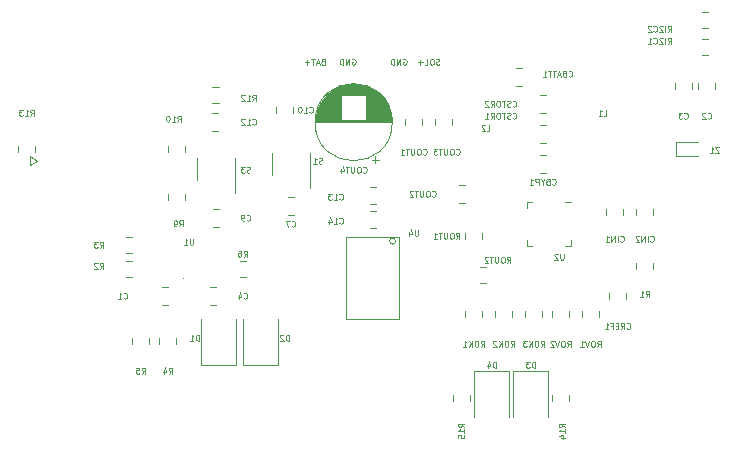
<source format=gbo>
G04 #@! TF.GenerationSoftware,KiCad,Pcbnew,(5.1.7)-1*
G04 #@! TF.CreationDate,2021-10-27T14:05:11+02:00*
G04 #@! TF.ProjectId,Power_module_v1,506f7765-725f-46d6-9f64-756c655f7631,rev?*
G04 #@! TF.SameCoordinates,Original*
G04 #@! TF.FileFunction,Legend,Bot*
G04 #@! TF.FilePolarity,Positive*
%FSLAX46Y46*%
G04 Gerber Fmt 4.6, Leading zero omitted, Abs format (unit mm)*
G04 Created by KiCad (PCBNEW (5.1.7)-1) date 2021-10-27 14:05:11*
%MOMM*%
%LPD*%
G01*
G04 APERTURE LIST*
%ADD10C,0.125000*%
%ADD11C,0.120000*%
G04 APERTURE END LIST*
D10*
X128170666Y-76148380D02*
X128099238Y-76172190D01*
X127980190Y-76172190D01*
X127932571Y-76148380D01*
X127908761Y-76124571D01*
X127884952Y-76076952D01*
X127884952Y-76029333D01*
X127908761Y-75981714D01*
X127932571Y-75957904D01*
X127980190Y-75934095D01*
X128075428Y-75910285D01*
X128123047Y-75886476D01*
X128146857Y-75862666D01*
X128170666Y-75815047D01*
X128170666Y-75767428D01*
X128146857Y-75719809D01*
X128123047Y-75696000D01*
X128075428Y-75672190D01*
X127956380Y-75672190D01*
X127884952Y-75696000D01*
X127575428Y-75672190D02*
X127480190Y-75672190D01*
X127432571Y-75696000D01*
X127384952Y-75743619D01*
X127361142Y-75838857D01*
X127361142Y-76005523D01*
X127384952Y-76100761D01*
X127432571Y-76148380D01*
X127480190Y-76172190D01*
X127575428Y-76172190D01*
X127623047Y-76148380D01*
X127670666Y-76100761D01*
X127694476Y-76005523D01*
X127694476Y-75838857D01*
X127670666Y-75743619D01*
X127623047Y-75696000D01*
X127575428Y-75672190D01*
X126908761Y-76172190D02*
X127146857Y-76172190D01*
X127146857Y-75672190D01*
X126742095Y-75981714D02*
X126361142Y-75981714D01*
X126551619Y-76172190D02*
X126551619Y-75791238D01*
X120776952Y-75696000D02*
X120824571Y-75672190D01*
X120896000Y-75672190D01*
X120967428Y-75696000D01*
X121015047Y-75743619D01*
X121038857Y-75791238D01*
X121062666Y-75886476D01*
X121062666Y-75957904D01*
X121038857Y-76053142D01*
X121015047Y-76100761D01*
X120967428Y-76148380D01*
X120896000Y-76172190D01*
X120848380Y-76172190D01*
X120776952Y-76148380D01*
X120753142Y-76124571D01*
X120753142Y-75957904D01*
X120848380Y-75957904D01*
X120538857Y-76172190D02*
X120538857Y-75672190D01*
X120253142Y-76172190D01*
X120253142Y-75672190D01*
X120015047Y-76172190D02*
X120015047Y-75672190D01*
X119896000Y-75672190D01*
X119824571Y-75696000D01*
X119776952Y-75743619D01*
X119753142Y-75791238D01*
X119729333Y-75886476D01*
X119729333Y-75957904D01*
X119753142Y-76053142D01*
X119776952Y-76100761D01*
X119824571Y-76148380D01*
X119896000Y-76172190D01*
X120015047Y-76172190D01*
X125094952Y-75696000D02*
X125142571Y-75672190D01*
X125214000Y-75672190D01*
X125285428Y-75696000D01*
X125333047Y-75743619D01*
X125356857Y-75791238D01*
X125380666Y-75886476D01*
X125380666Y-75957904D01*
X125356857Y-76053142D01*
X125333047Y-76100761D01*
X125285428Y-76148380D01*
X125214000Y-76172190D01*
X125166380Y-76172190D01*
X125094952Y-76148380D01*
X125071142Y-76124571D01*
X125071142Y-75957904D01*
X125166380Y-75957904D01*
X124856857Y-76172190D02*
X124856857Y-75672190D01*
X124571142Y-76172190D01*
X124571142Y-75672190D01*
X124333047Y-76172190D02*
X124333047Y-75672190D01*
X124214000Y-75672190D01*
X124142571Y-75696000D01*
X124094952Y-75743619D01*
X124071142Y-75791238D01*
X124047333Y-75886476D01*
X124047333Y-75957904D01*
X124071142Y-76053142D01*
X124094952Y-76100761D01*
X124142571Y-76148380D01*
X124214000Y-76172190D01*
X124333047Y-76172190D01*
X118280571Y-75910285D02*
X118209142Y-75934095D01*
X118185333Y-75957904D01*
X118161523Y-76005523D01*
X118161523Y-76076952D01*
X118185333Y-76124571D01*
X118209142Y-76148380D01*
X118256761Y-76172190D01*
X118447238Y-76172190D01*
X118447238Y-75672190D01*
X118280571Y-75672190D01*
X118232952Y-75696000D01*
X118209142Y-75719809D01*
X118185333Y-75767428D01*
X118185333Y-75815047D01*
X118209142Y-75862666D01*
X118232952Y-75886476D01*
X118280571Y-75910285D01*
X118447238Y-75910285D01*
X117971047Y-76029333D02*
X117732952Y-76029333D01*
X118018666Y-76172190D02*
X117852000Y-75672190D01*
X117685333Y-76172190D01*
X117590095Y-75672190D02*
X117304380Y-75672190D01*
X117447238Y-76172190D02*
X117447238Y-75672190D01*
X117137714Y-75981714D02*
X116756761Y-75981714D01*
X116947238Y-76172190D02*
X116947238Y-75791238D01*
D11*
X93472000Y-84074000D02*
X93472000Y-83947000D01*
X93472000Y-84709000D02*
X93472000Y-84074000D01*
X94107000Y-84328000D02*
X93472000Y-84709000D01*
X93472000Y-83947000D02*
X94107000Y-84328000D01*
X122293748Y-86514000D02*
X122816252Y-86514000D01*
X122293748Y-87984000D02*
X122816252Y-87984000D01*
X106517223Y-94277080D02*
G75*
G03*
X106517223Y-94277080I-52363J0D01*
G01*
X134048000Y-102109000D02*
X134048000Y-105994000D01*
X131128000Y-102109000D02*
X134048000Y-102109000D01*
X131128000Y-105994000D02*
X131128000Y-102109000D01*
X137350000Y-102109000D02*
X137350000Y-105994000D01*
X134430000Y-102109000D02*
X137350000Y-102109000D01*
X134430000Y-105994000D02*
X134430000Y-102109000D01*
X111570000Y-101599000D02*
X111570000Y-97714000D01*
X114490000Y-101599000D02*
X111570000Y-101599000D01*
X114490000Y-97714000D02*
X114490000Y-101599000D01*
X108014000Y-101599000D02*
X108014000Y-97714000D01*
X110934000Y-101599000D02*
X108014000Y-101599000D01*
X110934000Y-97714000D02*
X110934000Y-101599000D01*
X124714000Y-90745000D02*
X120269000Y-90745000D01*
X120269000Y-90745000D02*
X120269000Y-97730000D01*
X120269000Y-97730000D02*
X124714000Y-97730000D01*
X124714000Y-97730000D02*
X124714000Y-90745000D01*
X124460000Y-91126000D02*
G75*
G03*
X124460000Y-91126000I-254000J0D01*
G01*
X148090000Y-77716748D02*
X148090000Y-78239252D01*
X149510000Y-77716748D02*
X149510000Y-78239252D01*
X150090000Y-77716748D02*
X150090000Y-78239252D01*
X151510000Y-77716748D02*
X151510000Y-78239252D01*
X150883252Y-71680000D02*
X150360748Y-71680000D01*
X150883252Y-73100000D02*
X150360748Y-73100000D01*
X150883252Y-73966000D02*
X150360748Y-73966000D01*
X150883252Y-75386000D02*
X150360748Y-75386000D01*
X148202000Y-83912000D02*
X148202000Y-82712000D01*
X150052000Y-83912000D02*
X148202000Y-83912000D01*
X150052000Y-82712000D02*
X148202000Y-82712000D01*
X104446000Y-99315748D02*
X104446000Y-99838252D01*
X105866000Y-99315748D02*
X105866000Y-99838252D01*
X102160000Y-99315748D02*
X102160000Y-99838252D01*
X103580000Y-99315748D02*
X103580000Y-99838252D01*
X137167252Y-82777000D02*
X136644748Y-82777000D01*
X137167252Y-81307000D02*
X136644748Y-81307000D01*
X143991000Y-95518248D02*
X143991000Y-96040752D01*
X142521000Y-95518248D02*
X142521000Y-96040752D01*
X125249000Y-81287252D02*
X125249000Y-80764748D01*
X126719000Y-81287252D02*
X126719000Y-80764748D01*
X143737000Y-88384748D02*
X143737000Y-88907252D01*
X142267000Y-88384748D02*
X142267000Y-88907252D01*
X137167252Y-85317000D02*
X136644748Y-85317000D01*
X137167252Y-83847000D02*
X136644748Y-83847000D01*
X122284748Y-88546000D02*
X122807252Y-88546000D01*
X122284748Y-90016000D02*
X122807252Y-90016000D01*
X108937248Y-80291000D02*
X109459752Y-80291000D01*
X108937248Y-81761000D02*
X109459752Y-81761000D01*
X114327000Y-80271252D02*
X114327000Y-79748748D01*
X115797000Y-80271252D02*
X115797000Y-79748748D01*
X109481252Y-89889000D02*
X108958748Y-89889000D01*
X109481252Y-88419000D02*
X108958748Y-88419000D01*
X115831252Y-88873000D02*
X115308748Y-88873000D01*
X115831252Y-87403000D02*
X115308748Y-87403000D01*
X109227252Y-96493000D02*
X108704748Y-96493000D01*
X109227252Y-95023000D02*
X108704748Y-95023000D01*
X104640748Y-95023000D02*
X105163252Y-95023000D01*
X104640748Y-96493000D02*
X105163252Y-96493000D01*
X129786748Y-87857000D02*
X130309252Y-87857000D01*
X129786748Y-86387000D02*
X130309252Y-86387000D01*
X144807000Y-88384748D02*
X144807000Y-88907252D01*
X146277000Y-88384748D02*
X146277000Y-88907252D01*
X137167252Y-80237000D02*
X136644748Y-80237000D01*
X137167252Y-78767000D02*
X136644748Y-78767000D01*
X134612748Y-76481000D02*
X135135252Y-76481000D01*
X134612748Y-77951000D02*
X135135252Y-77951000D01*
X127789000Y-81287252D02*
X127789000Y-80764748D01*
X129259000Y-81287252D02*
X129259000Y-80764748D01*
X144832000Y-92956748D02*
X144832000Y-93479252D01*
X146252000Y-92956748D02*
X146252000Y-93479252D01*
X102115252Y-94182000D02*
X101592748Y-94182000D01*
X102115252Y-92762000D02*
X101592748Y-92762000D01*
X102115252Y-90730000D02*
X101592748Y-90730000D01*
X102115252Y-92150000D02*
X101592748Y-92150000D01*
X111244748Y-94182000D02*
X111767252Y-94182000D01*
X111244748Y-92762000D02*
X111767252Y-92762000D01*
X105208000Y-87628252D02*
X105208000Y-87105748D01*
X106628000Y-87628252D02*
X106628000Y-87105748D01*
X106628000Y-83573252D02*
X106628000Y-83050748D01*
X105208000Y-83573252D02*
X105208000Y-83050748D01*
X93928000Y-83059748D02*
X93928000Y-83582252D01*
X92508000Y-83059748D02*
X92508000Y-83582252D01*
X139140000Y-104132748D02*
X139140000Y-104655252D01*
X137720000Y-104132748D02*
X137720000Y-104655252D01*
X129338000Y-104132748D02*
X129338000Y-104655252D01*
X130758000Y-104132748D02*
X130758000Y-104655252D01*
X135434000Y-97543252D02*
X135434000Y-97020748D01*
X136854000Y-97543252D02*
X136854000Y-97020748D01*
X134314000Y-97543252D02*
X134314000Y-97020748D01*
X132894000Y-97543252D02*
X132894000Y-97020748D01*
X131774000Y-97020748D02*
X131774000Y-97543252D01*
X130354000Y-97020748D02*
X130354000Y-97543252D01*
X132087252Y-93270000D02*
X131564748Y-93270000D01*
X132087252Y-94690000D02*
X131564748Y-94690000D01*
X130354000Y-90939252D02*
X130354000Y-90416748D01*
X131774000Y-90939252D02*
X131774000Y-90416748D01*
X137720000Y-97543252D02*
X137720000Y-97020748D01*
X139140000Y-97543252D02*
X139140000Y-97020748D01*
X140260000Y-97020748D02*
X140260000Y-97543252D01*
X141680000Y-97020748D02*
X141680000Y-97543252D01*
X110830000Y-84110000D02*
X110830000Y-87060000D01*
X107610000Y-85910000D02*
X107610000Y-84110000D01*
X138799000Y-87802000D02*
X139274000Y-87802000D01*
X135554000Y-91522000D02*
X135554000Y-91047000D01*
X136029000Y-91522000D02*
X135554000Y-91522000D01*
X139274000Y-91522000D02*
X139274000Y-91047000D01*
X138799000Y-91522000D02*
X139274000Y-91522000D01*
X135554000Y-87802000D02*
X135554000Y-88277000D01*
X136029000Y-87802000D02*
X135554000Y-87802000D01*
X124174000Y-81046000D02*
G75*
G03*
X124174000Y-81046000I-3270000J0D01*
G01*
X124134000Y-81046000D02*
X117674000Y-81046000D01*
X124134000Y-81006000D02*
X117674000Y-81006000D01*
X124134000Y-80966000D02*
X117674000Y-80966000D01*
X124132000Y-80926000D02*
X117676000Y-80926000D01*
X124131000Y-80886000D02*
X117677000Y-80886000D01*
X124128000Y-80846000D02*
X117680000Y-80846000D01*
X124126000Y-80806000D02*
X121944000Y-80806000D01*
X119864000Y-80806000D02*
X117682000Y-80806000D01*
X124122000Y-80766000D02*
X121944000Y-80766000D01*
X119864000Y-80766000D02*
X117686000Y-80766000D01*
X124119000Y-80726000D02*
X121944000Y-80726000D01*
X119864000Y-80726000D02*
X117689000Y-80726000D01*
X124115000Y-80686000D02*
X121944000Y-80686000D01*
X119864000Y-80686000D02*
X117693000Y-80686000D01*
X124110000Y-80646000D02*
X121944000Y-80646000D01*
X119864000Y-80646000D02*
X117698000Y-80646000D01*
X124105000Y-80606000D02*
X121944000Y-80606000D01*
X119864000Y-80606000D02*
X117703000Y-80606000D01*
X124099000Y-80566000D02*
X121944000Y-80566000D01*
X119864000Y-80566000D02*
X117709000Y-80566000D01*
X124093000Y-80526000D02*
X121944000Y-80526000D01*
X119864000Y-80526000D02*
X117715000Y-80526000D01*
X124086000Y-80486000D02*
X121944000Y-80486000D01*
X119864000Y-80486000D02*
X117722000Y-80486000D01*
X124079000Y-80446000D02*
X121944000Y-80446000D01*
X119864000Y-80446000D02*
X117729000Y-80446000D01*
X124071000Y-80406000D02*
X121944000Y-80406000D01*
X119864000Y-80406000D02*
X117737000Y-80406000D01*
X124063000Y-80366000D02*
X121944000Y-80366000D01*
X119864000Y-80366000D02*
X117745000Y-80366000D01*
X124054000Y-80325000D02*
X121944000Y-80325000D01*
X119864000Y-80325000D02*
X117754000Y-80325000D01*
X124045000Y-80285000D02*
X121944000Y-80285000D01*
X119864000Y-80285000D02*
X117763000Y-80285000D01*
X124035000Y-80245000D02*
X121944000Y-80245000D01*
X119864000Y-80245000D02*
X117773000Y-80245000D01*
X124025000Y-80205000D02*
X121944000Y-80205000D01*
X119864000Y-80205000D02*
X117783000Y-80205000D01*
X124014000Y-80165000D02*
X121944000Y-80165000D01*
X119864000Y-80165000D02*
X117794000Y-80165000D01*
X124002000Y-80125000D02*
X121944000Y-80125000D01*
X119864000Y-80125000D02*
X117806000Y-80125000D01*
X123990000Y-80085000D02*
X121944000Y-80085000D01*
X119864000Y-80085000D02*
X117818000Y-80085000D01*
X123978000Y-80045000D02*
X121944000Y-80045000D01*
X119864000Y-80045000D02*
X117830000Y-80045000D01*
X123965000Y-80005000D02*
X121944000Y-80005000D01*
X119864000Y-80005000D02*
X117843000Y-80005000D01*
X123951000Y-79965000D02*
X121944000Y-79965000D01*
X119864000Y-79965000D02*
X117857000Y-79965000D01*
X123937000Y-79925000D02*
X121944000Y-79925000D01*
X119864000Y-79925000D02*
X117871000Y-79925000D01*
X123922000Y-79885000D02*
X121944000Y-79885000D01*
X119864000Y-79885000D02*
X117886000Y-79885000D01*
X123906000Y-79845000D02*
X121944000Y-79845000D01*
X119864000Y-79845000D02*
X117902000Y-79845000D01*
X123890000Y-79805000D02*
X121944000Y-79805000D01*
X119864000Y-79805000D02*
X117918000Y-79805000D01*
X123874000Y-79765000D02*
X121944000Y-79765000D01*
X119864000Y-79765000D02*
X117934000Y-79765000D01*
X123856000Y-79725000D02*
X121944000Y-79725000D01*
X119864000Y-79725000D02*
X117952000Y-79725000D01*
X123838000Y-79685000D02*
X121944000Y-79685000D01*
X119864000Y-79685000D02*
X117970000Y-79685000D01*
X123820000Y-79645000D02*
X121944000Y-79645000D01*
X119864000Y-79645000D02*
X117988000Y-79645000D01*
X123800000Y-79605000D02*
X121944000Y-79605000D01*
X119864000Y-79605000D02*
X118008000Y-79605000D01*
X123780000Y-79565000D02*
X121944000Y-79565000D01*
X119864000Y-79565000D02*
X118028000Y-79565000D01*
X123760000Y-79525000D02*
X121944000Y-79525000D01*
X119864000Y-79525000D02*
X118048000Y-79525000D01*
X123738000Y-79485000D02*
X121944000Y-79485000D01*
X119864000Y-79485000D02*
X118070000Y-79485000D01*
X123716000Y-79445000D02*
X121944000Y-79445000D01*
X119864000Y-79445000D02*
X118092000Y-79445000D01*
X123694000Y-79405000D02*
X121944000Y-79405000D01*
X119864000Y-79405000D02*
X118114000Y-79405000D01*
X123670000Y-79365000D02*
X121944000Y-79365000D01*
X119864000Y-79365000D02*
X118138000Y-79365000D01*
X123646000Y-79325000D02*
X121944000Y-79325000D01*
X119864000Y-79325000D02*
X118162000Y-79325000D01*
X123620000Y-79285000D02*
X121944000Y-79285000D01*
X119864000Y-79285000D02*
X118188000Y-79285000D01*
X123594000Y-79245000D02*
X121944000Y-79245000D01*
X119864000Y-79245000D02*
X118214000Y-79245000D01*
X123568000Y-79205000D02*
X121944000Y-79205000D01*
X119864000Y-79205000D02*
X118240000Y-79205000D01*
X123540000Y-79165000D02*
X121944000Y-79165000D01*
X119864000Y-79165000D02*
X118268000Y-79165000D01*
X123511000Y-79125000D02*
X121944000Y-79125000D01*
X119864000Y-79125000D02*
X118297000Y-79125000D01*
X123482000Y-79085000D02*
X121944000Y-79085000D01*
X119864000Y-79085000D02*
X118326000Y-79085000D01*
X123452000Y-79045000D02*
X121944000Y-79045000D01*
X119864000Y-79045000D02*
X118356000Y-79045000D01*
X123420000Y-79005000D02*
X121944000Y-79005000D01*
X119864000Y-79005000D02*
X118388000Y-79005000D01*
X123388000Y-78965000D02*
X121944000Y-78965000D01*
X119864000Y-78965000D02*
X118420000Y-78965000D01*
X123354000Y-78925000D02*
X121944000Y-78925000D01*
X119864000Y-78925000D02*
X118454000Y-78925000D01*
X123320000Y-78885000D02*
X121944000Y-78885000D01*
X119864000Y-78885000D02*
X118488000Y-78885000D01*
X123284000Y-78845000D02*
X121944000Y-78845000D01*
X119864000Y-78845000D02*
X118524000Y-78845000D01*
X123247000Y-78805000D02*
X121944000Y-78805000D01*
X119864000Y-78805000D02*
X118561000Y-78805000D01*
X123209000Y-78765000D02*
X121944000Y-78765000D01*
X119864000Y-78765000D02*
X118599000Y-78765000D01*
X123169000Y-78725000D02*
X118639000Y-78725000D01*
X123128000Y-78685000D02*
X118680000Y-78685000D01*
X123086000Y-78645000D02*
X118722000Y-78645000D01*
X123041000Y-78605000D02*
X118767000Y-78605000D01*
X122996000Y-78565000D02*
X118812000Y-78565000D01*
X122948000Y-78525000D02*
X118860000Y-78525000D01*
X122899000Y-78485000D02*
X118909000Y-78485000D01*
X122848000Y-78445000D02*
X118960000Y-78445000D01*
X122794000Y-78405000D02*
X119014000Y-78405000D01*
X122738000Y-78365000D02*
X119070000Y-78365000D01*
X122680000Y-78325000D02*
X119128000Y-78325000D01*
X122618000Y-78285000D02*
X119190000Y-78285000D01*
X122554000Y-78245000D02*
X119254000Y-78245000D01*
X122485000Y-78205000D02*
X119323000Y-78205000D01*
X122413000Y-78165000D02*
X119395000Y-78165000D01*
X122336000Y-78125000D02*
X119472000Y-78125000D01*
X122254000Y-78085000D02*
X119554000Y-78085000D01*
X122166000Y-78045000D02*
X119642000Y-78045000D01*
X122069000Y-78005000D02*
X119739000Y-78005000D01*
X121963000Y-77965000D02*
X119845000Y-77965000D01*
X121844000Y-77925000D02*
X119964000Y-77925000D01*
X121706000Y-77885000D02*
X120102000Y-77885000D01*
X121537000Y-77845000D02*
X120271000Y-77845000D01*
X121306000Y-77805000D02*
X120502000Y-77805000D01*
X122743000Y-84546241D02*
X122743000Y-83916241D01*
X123058000Y-84231241D02*
X122428000Y-84231241D01*
X109472252Y-78030000D02*
X108949748Y-78030000D01*
X109472252Y-79450000D02*
X108949748Y-79450000D01*
X113960000Y-85482000D02*
X113960000Y-83682000D01*
X117180000Y-83682000D02*
X117180000Y-86632000D01*
D10*
X119701428Y-87554571D02*
X119725238Y-87578380D01*
X119796666Y-87602190D01*
X119844285Y-87602190D01*
X119915714Y-87578380D01*
X119963333Y-87530761D01*
X119987142Y-87483142D01*
X120010952Y-87387904D01*
X120010952Y-87316476D01*
X119987142Y-87221238D01*
X119963333Y-87173619D01*
X119915714Y-87126000D01*
X119844285Y-87102190D01*
X119796666Y-87102190D01*
X119725238Y-87126000D01*
X119701428Y-87149809D01*
X119225238Y-87602190D02*
X119510952Y-87602190D01*
X119368095Y-87602190D02*
X119368095Y-87102190D01*
X119415714Y-87173619D01*
X119463333Y-87221238D01*
X119510952Y-87245047D01*
X119058571Y-87102190D02*
X118749047Y-87102190D01*
X118915714Y-87292666D01*
X118844285Y-87292666D01*
X118796666Y-87316476D01*
X118772857Y-87340285D01*
X118749047Y-87387904D01*
X118749047Y-87506952D01*
X118772857Y-87554571D01*
X118796666Y-87578380D01*
X118844285Y-87602190D01*
X118987142Y-87602190D01*
X119034761Y-87578380D01*
X119058571Y-87554571D01*
X107314952Y-90912190D02*
X107314952Y-91316952D01*
X107291142Y-91364571D01*
X107267333Y-91388380D01*
X107219714Y-91412190D01*
X107124476Y-91412190D01*
X107076857Y-91388380D01*
X107053047Y-91364571D01*
X107029238Y-91316952D01*
X107029238Y-90912190D01*
X106529238Y-91412190D02*
X106814952Y-91412190D01*
X106672095Y-91412190D02*
X106672095Y-90912190D01*
X106719714Y-90983619D01*
X106767333Y-91031238D01*
X106814952Y-91055047D01*
X132957047Y-101826190D02*
X132957047Y-101326190D01*
X132838000Y-101326190D01*
X132766571Y-101350000D01*
X132718952Y-101397619D01*
X132695142Y-101445238D01*
X132671333Y-101540476D01*
X132671333Y-101611904D01*
X132695142Y-101707142D01*
X132718952Y-101754761D01*
X132766571Y-101802380D01*
X132838000Y-101826190D01*
X132957047Y-101826190D01*
X132242761Y-101492857D02*
X132242761Y-101826190D01*
X132361809Y-101302380D02*
X132480857Y-101659523D01*
X132171333Y-101659523D01*
X136259047Y-101826190D02*
X136259047Y-101326190D01*
X136140000Y-101326190D01*
X136068571Y-101350000D01*
X136020952Y-101397619D01*
X135997142Y-101445238D01*
X135973333Y-101540476D01*
X135973333Y-101611904D01*
X135997142Y-101707142D01*
X136020952Y-101754761D01*
X136068571Y-101802380D01*
X136140000Y-101826190D01*
X136259047Y-101826190D01*
X135806666Y-101326190D02*
X135497142Y-101326190D01*
X135663809Y-101516666D01*
X135592380Y-101516666D01*
X135544761Y-101540476D01*
X135520952Y-101564285D01*
X135497142Y-101611904D01*
X135497142Y-101730952D01*
X135520952Y-101778571D01*
X135544761Y-101802380D01*
X135592380Y-101826190D01*
X135735238Y-101826190D01*
X135782857Y-101802380D01*
X135806666Y-101778571D01*
X115431047Y-99540190D02*
X115431047Y-99040190D01*
X115312000Y-99040190D01*
X115240571Y-99064000D01*
X115192952Y-99111619D01*
X115169142Y-99159238D01*
X115145333Y-99254476D01*
X115145333Y-99325904D01*
X115169142Y-99421142D01*
X115192952Y-99468761D01*
X115240571Y-99516380D01*
X115312000Y-99540190D01*
X115431047Y-99540190D01*
X114954857Y-99087809D02*
X114931047Y-99064000D01*
X114883428Y-99040190D01*
X114764380Y-99040190D01*
X114716761Y-99064000D01*
X114692952Y-99087809D01*
X114669142Y-99135428D01*
X114669142Y-99183047D01*
X114692952Y-99254476D01*
X114978666Y-99540190D01*
X114669142Y-99540190D01*
X107811047Y-99540190D02*
X107811047Y-99040190D01*
X107692000Y-99040190D01*
X107620571Y-99064000D01*
X107572952Y-99111619D01*
X107549142Y-99159238D01*
X107525333Y-99254476D01*
X107525333Y-99325904D01*
X107549142Y-99421142D01*
X107572952Y-99468761D01*
X107620571Y-99516380D01*
X107692000Y-99540190D01*
X107811047Y-99540190D01*
X107049142Y-99540190D02*
X107334857Y-99540190D01*
X107192000Y-99540190D02*
X107192000Y-99040190D01*
X107239619Y-99111619D01*
X107287238Y-99159238D01*
X107334857Y-99183047D01*
X126364952Y-90150190D02*
X126364952Y-90554952D01*
X126341142Y-90602571D01*
X126317333Y-90626380D01*
X126269714Y-90650190D01*
X126174476Y-90650190D01*
X126126857Y-90626380D01*
X126103047Y-90602571D01*
X126079238Y-90554952D01*
X126079238Y-90150190D01*
X125626857Y-90316857D02*
X125626857Y-90650190D01*
X125745904Y-90126380D02*
X125864952Y-90483523D01*
X125555428Y-90483523D01*
X148883333Y-80696571D02*
X148907142Y-80720380D01*
X148978571Y-80744190D01*
X149026190Y-80744190D01*
X149097619Y-80720380D01*
X149145238Y-80672761D01*
X149169047Y-80625142D01*
X149192857Y-80529904D01*
X149192857Y-80458476D01*
X149169047Y-80363238D01*
X149145238Y-80315619D01*
X149097619Y-80268000D01*
X149026190Y-80244190D01*
X148978571Y-80244190D01*
X148907142Y-80268000D01*
X148883333Y-80291809D01*
X148716666Y-80244190D02*
X148407142Y-80244190D01*
X148573809Y-80434666D01*
X148502380Y-80434666D01*
X148454761Y-80458476D01*
X148430952Y-80482285D01*
X148407142Y-80529904D01*
X148407142Y-80648952D01*
X148430952Y-80696571D01*
X148454761Y-80720380D01*
X148502380Y-80744190D01*
X148645238Y-80744190D01*
X148692857Y-80720380D01*
X148716666Y-80696571D01*
X150883333Y-80696571D02*
X150907142Y-80720380D01*
X150978571Y-80744190D01*
X151026190Y-80744190D01*
X151097619Y-80720380D01*
X151145238Y-80672761D01*
X151169047Y-80625142D01*
X151192857Y-80529904D01*
X151192857Y-80458476D01*
X151169047Y-80363238D01*
X151145238Y-80315619D01*
X151097619Y-80268000D01*
X151026190Y-80244190D01*
X150978571Y-80244190D01*
X150907142Y-80268000D01*
X150883333Y-80291809D01*
X150692857Y-80291809D02*
X150669047Y-80268000D01*
X150621428Y-80244190D01*
X150502380Y-80244190D01*
X150454761Y-80268000D01*
X150430952Y-80291809D01*
X150407142Y-80339428D01*
X150407142Y-80387047D01*
X150430952Y-80458476D01*
X150716666Y-80744190D01*
X150407142Y-80744190D01*
X147502476Y-73378190D02*
X147669142Y-73140095D01*
X147788190Y-73378190D02*
X147788190Y-72878190D01*
X147597714Y-72878190D01*
X147550095Y-72902000D01*
X147526285Y-72925809D01*
X147502476Y-72973428D01*
X147502476Y-73044857D01*
X147526285Y-73092476D01*
X147550095Y-73116285D01*
X147597714Y-73140095D01*
X147788190Y-73140095D01*
X147288190Y-73378190D02*
X147288190Y-72878190D01*
X147073904Y-72925809D02*
X147050095Y-72902000D01*
X147002476Y-72878190D01*
X146883428Y-72878190D01*
X146835809Y-72902000D01*
X146812000Y-72925809D01*
X146788190Y-72973428D01*
X146788190Y-73021047D01*
X146812000Y-73092476D01*
X147097714Y-73378190D01*
X146788190Y-73378190D01*
X146288190Y-73330571D02*
X146312000Y-73354380D01*
X146383428Y-73378190D01*
X146431047Y-73378190D01*
X146502476Y-73354380D01*
X146550095Y-73306761D01*
X146573904Y-73259142D01*
X146597714Y-73163904D01*
X146597714Y-73092476D01*
X146573904Y-72997238D01*
X146550095Y-72949619D01*
X146502476Y-72902000D01*
X146431047Y-72878190D01*
X146383428Y-72878190D01*
X146312000Y-72902000D01*
X146288190Y-72925809D01*
X146097714Y-72925809D02*
X146073904Y-72902000D01*
X146026285Y-72878190D01*
X145907238Y-72878190D01*
X145859619Y-72902000D01*
X145835809Y-72925809D01*
X145812000Y-72973428D01*
X145812000Y-73021047D01*
X145835809Y-73092476D01*
X146121523Y-73378190D01*
X145812000Y-73378190D01*
X147502476Y-74394190D02*
X147669142Y-74156095D01*
X147788190Y-74394190D02*
X147788190Y-73894190D01*
X147597714Y-73894190D01*
X147550095Y-73918000D01*
X147526285Y-73941809D01*
X147502476Y-73989428D01*
X147502476Y-74060857D01*
X147526285Y-74108476D01*
X147550095Y-74132285D01*
X147597714Y-74156095D01*
X147788190Y-74156095D01*
X147288190Y-74394190D02*
X147288190Y-73894190D01*
X147073904Y-73941809D02*
X147050095Y-73918000D01*
X147002476Y-73894190D01*
X146883428Y-73894190D01*
X146835809Y-73918000D01*
X146812000Y-73941809D01*
X146788190Y-73989428D01*
X146788190Y-74037047D01*
X146812000Y-74108476D01*
X147097714Y-74394190D01*
X146788190Y-74394190D01*
X146288190Y-74346571D02*
X146312000Y-74370380D01*
X146383428Y-74394190D01*
X146431047Y-74394190D01*
X146502476Y-74370380D01*
X146550095Y-74322761D01*
X146573904Y-74275142D01*
X146597714Y-74179904D01*
X146597714Y-74108476D01*
X146573904Y-74013238D01*
X146550095Y-73965619D01*
X146502476Y-73918000D01*
X146431047Y-73894190D01*
X146383428Y-73894190D01*
X146312000Y-73918000D01*
X146288190Y-73941809D01*
X145812000Y-74394190D02*
X146097714Y-74394190D01*
X145954857Y-74394190D02*
X145954857Y-73894190D01*
X146002476Y-73965619D01*
X146050095Y-74013238D01*
X146097714Y-74037047D01*
X151856761Y-83138190D02*
X151523428Y-83138190D01*
X151856761Y-83638190D01*
X151523428Y-83638190D01*
X151071047Y-83638190D02*
X151356761Y-83638190D01*
X151213904Y-83638190D02*
X151213904Y-83138190D01*
X151261523Y-83209619D01*
X151309142Y-83257238D01*
X151356761Y-83281047D01*
X105239333Y-102334190D02*
X105406000Y-102096095D01*
X105525047Y-102334190D02*
X105525047Y-101834190D01*
X105334571Y-101834190D01*
X105286952Y-101858000D01*
X105263142Y-101881809D01*
X105239333Y-101929428D01*
X105239333Y-102000857D01*
X105263142Y-102048476D01*
X105286952Y-102072285D01*
X105334571Y-102096095D01*
X105525047Y-102096095D01*
X104810761Y-102000857D02*
X104810761Y-102334190D01*
X104929809Y-101810380D02*
X105048857Y-102167523D01*
X104739333Y-102167523D01*
X102953333Y-102334190D02*
X103120000Y-102096095D01*
X103239047Y-102334190D02*
X103239047Y-101834190D01*
X103048571Y-101834190D01*
X103000952Y-101858000D01*
X102977142Y-101881809D01*
X102953333Y-101929428D01*
X102953333Y-102000857D01*
X102977142Y-102048476D01*
X103000952Y-102072285D01*
X103048571Y-102096095D01*
X103239047Y-102096095D01*
X102500952Y-101834190D02*
X102739047Y-101834190D01*
X102762857Y-102072285D01*
X102739047Y-102048476D01*
X102691428Y-102024666D01*
X102572380Y-102024666D01*
X102524761Y-102048476D01*
X102500952Y-102072285D01*
X102477142Y-102119904D01*
X102477142Y-102238952D01*
X102500952Y-102286571D01*
X102524761Y-102310380D01*
X102572380Y-102334190D01*
X102691428Y-102334190D01*
X102739047Y-102310380D01*
X102762857Y-102286571D01*
X134373809Y-80696571D02*
X134397619Y-80720380D01*
X134469047Y-80744190D01*
X134516666Y-80744190D01*
X134588095Y-80720380D01*
X134635714Y-80672761D01*
X134659523Y-80625142D01*
X134683333Y-80529904D01*
X134683333Y-80458476D01*
X134659523Y-80363238D01*
X134635714Y-80315619D01*
X134588095Y-80268000D01*
X134516666Y-80244190D01*
X134469047Y-80244190D01*
X134397619Y-80268000D01*
X134373809Y-80291809D01*
X134183333Y-80720380D02*
X134111904Y-80744190D01*
X133992857Y-80744190D01*
X133945238Y-80720380D01*
X133921428Y-80696571D01*
X133897619Y-80648952D01*
X133897619Y-80601333D01*
X133921428Y-80553714D01*
X133945238Y-80529904D01*
X133992857Y-80506095D01*
X134088095Y-80482285D01*
X134135714Y-80458476D01*
X134159523Y-80434666D01*
X134183333Y-80387047D01*
X134183333Y-80339428D01*
X134159523Y-80291809D01*
X134135714Y-80268000D01*
X134088095Y-80244190D01*
X133969047Y-80244190D01*
X133897619Y-80268000D01*
X133754761Y-80244190D02*
X133469047Y-80244190D01*
X133611904Y-80744190D02*
X133611904Y-80244190D01*
X133207142Y-80244190D02*
X133111904Y-80244190D01*
X133064285Y-80268000D01*
X133016666Y-80315619D01*
X132992857Y-80410857D01*
X132992857Y-80577523D01*
X133016666Y-80672761D01*
X133064285Y-80720380D01*
X133111904Y-80744190D01*
X133207142Y-80744190D01*
X133254761Y-80720380D01*
X133302380Y-80672761D01*
X133326190Y-80577523D01*
X133326190Y-80410857D01*
X133302380Y-80315619D01*
X133254761Y-80268000D01*
X133207142Y-80244190D01*
X132492857Y-80744190D02*
X132659523Y-80506095D01*
X132778571Y-80744190D02*
X132778571Y-80244190D01*
X132588095Y-80244190D01*
X132540476Y-80268000D01*
X132516666Y-80291809D01*
X132492857Y-80339428D01*
X132492857Y-80410857D01*
X132516666Y-80458476D01*
X132540476Y-80482285D01*
X132588095Y-80506095D01*
X132778571Y-80506095D01*
X132016666Y-80744190D02*
X132302380Y-80744190D01*
X132159523Y-80744190D02*
X132159523Y-80244190D01*
X132207142Y-80315619D01*
X132254761Y-80363238D01*
X132302380Y-80387047D01*
X144029809Y-98498071D02*
X144053619Y-98521880D01*
X144125047Y-98545690D01*
X144172666Y-98545690D01*
X144244095Y-98521880D01*
X144291714Y-98474261D01*
X144315523Y-98426642D01*
X144339333Y-98331404D01*
X144339333Y-98259976D01*
X144315523Y-98164738D01*
X144291714Y-98117119D01*
X144244095Y-98069500D01*
X144172666Y-98045690D01*
X144125047Y-98045690D01*
X144053619Y-98069500D01*
X144029809Y-98093309D01*
X143529809Y-98545690D02*
X143696476Y-98307595D01*
X143815523Y-98545690D02*
X143815523Y-98045690D01*
X143625047Y-98045690D01*
X143577428Y-98069500D01*
X143553619Y-98093309D01*
X143529809Y-98140928D01*
X143529809Y-98212357D01*
X143553619Y-98259976D01*
X143577428Y-98283785D01*
X143625047Y-98307595D01*
X143815523Y-98307595D01*
X143315523Y-98283785D02*
X143148857Y-98283785D01*
X143077428Y-98545690D02*
X143315523Y-98545690D01*
X143315523Y-98045690D01*
X143077428Y-98045690D01*
X142696476Y-98283785D02*
X142863142Y-98283785D01*
X142863142Y-98545690D02*
X142863142Y-98045690D01*
X142625047Y-98045690D01*
X142172666Y-98545690D02*
X142458380Y-98545690D01*
X142315523Y-98545690D02*
X142315523Y-98045690D01*
X142363142Y-98117119D01*
X142410761Y-98164738D01*
X142458380Y-98188547D01*
X126781619Y-83744571D02*
X126805428Y-83768380D01*
X126876857Y-83792190D01*
X126924476Y-83792190D01*
X126995904Y-83768380D01*
X127043523Y-83720761D01*
X127067333Y-83673142D01*
X127091142Y-83577904D01*
X127091142Y-83506476D01*
X127067333Y-83411238D01*
X127043523Y-83363619D01*
X126995904Y-83316000D01*
X126924476Y-83292190D01*
X126876857Y-83292190D01*
X126805428Y-83316000D01*
X126781619Y-83339809D01*
X126472095Y-83292190D02*
X126376857Y-83292190D01*
X126329238Y-83316000D01*
X126281619Y-83363619D01*
X126257809Y-83458857D01*
X126257809Y-83625523D01*
X126281619Y-83720761D01*
X126329238Y-83768380D01*
X126376857Y-83792190D01*
X126472095Y-83792190D01*
X126519714Y-83768380D01*
X126567333Y-83720761D01*
X126591142Y-83625523D01*
X126591142Y-83458857D01*
X126567333Y-83363619D01*
X126519714Y-83316000D01*
X126472095Y-83292190D01*
X126043523Y-83292190D02*
X126043523Y-83696952D01*
X126019714Y-83744571D01*
X125995904Y-83768380D01*
X125948285Y-83792190D01*
X125853047Y-83792190D01*
X125805428Y-83768380D01*
X125781619Y-83744571D01*
X125757809Y-83696952D01*
X125757809Y-83292190D01*
X125591142Y-83292190D02*
X125305428Y-83292190D01*
X125448285Y-83792190D02*
X125448285Y-83292190D01*
X124876857Y-83792190D02*
X125162571Y-83792190D01*
X125019714Y-83792190D02*
X125019714Y-83292190D01*
X125067333Y-83363619D01*
X125114952Y-83411238D01*
X125162571Y-83435047D01*
X143466285Y-91110571D02*
X143490095Y-91134380D01*
X143561523Y-91158190D01*
X143609142Y-91158190D01*
X143680571Y-91134380D01*
X143728190Y-91086761D01*
X143752000Y-91039142D01*
X143775809Y-90943904D01*
X143775809Y-90872476D01*
X143752000Y-90777238D01*
X143728190Y-90729619D01*
X143680571Y-90682000D01*
X143609142Y-90658190D01*
X143561523Y-90658190D01*
X143490095Y-90682000D01*
X143466285Y-90705809D01*
X143252000Y-91158190D02*
X143252000Y-90658190D01*
X143013904Y-91158190D02*
X143013904Y-90658190D01*
X142728190Y-91158190D01*
X142728190Y-90658190D01*
X142228190Y-91158190D02*
X142513904Y-91158190D01*
X142371047Y-91158190D02*
X142371047Y-90658190D01*
X142418666Y-90729619D01*
X142466285Y-90777238D01*
X142513904Y-90801047D01*
X137703619Y-86284571D02*
X137727428Y-86308380D01*
X137798857Y-86332190D01*
X137846476Y-86332190D01*
X137917904Y-86308380D01*
X137965523Y-86260761D01*
X137989333Y-86213142D01*
X138013142Y-86117904D01*
X138013142Y-86046476D01*
X137989333Y-85951238D01*
X137965523Y-85903619D01*
X137917904Y-85856000D01*
X137846476Y-85832190D01*
X137798857Y-85832190D01*
X137727428Y-85856000D01*
X137703619Y-85879809D01*
X137322666Y-86070285D02*
X137251238Y-86094095D01*
X137227428Y-86117904D01*
X137203619Y-86165523D01*
X137203619Y-86236952D01*
X137227428Y-86284571D01*
X137251238Y-86308380D01*
X137298857Y-86332190D01*
X137489333Y-86332190D01*
X137489333Y-85832190D01*
X137322666Y-85832190D01*
X137275047Y-85856000D01*
X137251238Y-85879809D01*
X137227428Y-85927428D01*
X137227428Y-85975047D01*
X137251238Y-86022666D01*
X137275047Y-86046476D01*
X137322666Y-86070285D01*
X137489333Y-86070285D01*
X136894095Y-86094095D02*
X136894095Y-86332190D01*
X137060761Y-85832190D02*
X136894095Y-86094095D01*
X136727428Y-85832190D01*
X136560761Y-86332190D02*
X136560761Y-85832190D01*
X136370285Y-85832190D01*
X136322666Y-85856000D01*
X136298857Y-85879809D01*
X136275047Y-85927428D01*
X136275047Y-85998857D01*
X136298857Y-86046476D01*
X136322666Y-86070285D01*
X136370285Y-86094095D01*
X136560761Y-86094095D01*
X135798857Y-86332190D02*
X136084571Y-86332190D01*
X135941714Y-86332190D02*
X135941714Y-85832190D01*
X135989333Y-85903619D01*
X136036952Y-85951238D01*
X136084571Y-85975047D01*
X119701428Y-89586571D02*
X119725238Y-89610380D01*
X119796666Y-89634190D01*
X119844285Y-89634190D01*
X119915714Y-89610380D01*
X119963333Y-89562761D01*
X119987142Y-89515142D01*
X120010952Y-89419904D01*
X120010952Y-89348476D01*
X119987142Y-89253238D01*
X119963333Y-89205619D01*
X119915714Y-89158000D01*
X119844285Y-89134190D01*
X119796666Y-89134190D01*
X119725238Y-89158000D01*
X119701428Y-89181809D01*
X119225238Y-89634190D02*
X119510952Y-89634190D01*
X119368095Y-89634190D02*
X119368095Y-89134190D01*
X119415714Y-89205619D01*
X119463333Y-89253238D01*
X119510952Y-89277047D01*
X118796666Y-89300857D02*
X118796666Y-89634190D01*
X118915714Y-89110380D02*
X119034761Y-89467523D01*
X118725238Y-89467523D01*
X112335428Y-81204571D02*
X112359238Y-81228380D01*
X112430666Y-81252190D01*
X112478285Y-81252190D01*
X112549714Y-81228380D01*
X112597333Y-81180761D01*
X112621142Y-81133142D01*
X112644952Y-81037904D01*
X112644952Y-80966476D01*
X112621142Y-80871238D01*
X112597333Y-80823619D01*
X112549714Y-80776000D01*
X112478285Y-80752190D01*
X112430666Y-80752190D01*
X112359238Y-80776000D01*
X112335428Y-80799809D01*
X111859238Y-81252190D02*
X112144952Y-81252190D01*
X112002095Y-81252190D02*
X112002095Y-80752190D01*
X112049714Y-80823619D01*
X112097333Y-80871238D01*
X112144952Y-80895047D01*
X111668761Y-80799809D02*
X111644952Y-80776000D01*
X111597333Y-80752190D01*
X111478285Y-80752190D01*
X111430666Y-80776000D01*
X111406857Y-80799809D01*
X111383047Y-80847428D01*
X111383047Y-80895047D01*
X111406857Y-80966476D01*
X111692571Y-81252190D01*
X111383047Y-81252190D01*
X117161428Y-80188571D02*
X117185238Y-80212380D01*
X117256666Y-80236190D01*
X117304285Y-80236190D01*
X117375714Y-80212380D01*
X117423333Y-80164761D01*
X117447142Y-80117142D01*
X117470952Y-80021904D01*
X117470952Y-79950476D01*
X117447142Y-79855238D01*
X117423333Y-79807619D01*
X117375714Y-79760000D01*
X117304285Y-79736190D01*
X117256666Y-79736190D01*
X117185238Y-79760000D01*
X117161428Y-79783809D01*
X116685238Y-80236190D02*
X116970952Y-80236190D01*
X116828095Y-80236190D02*
X116828095Y-79736190D01*
X116875714Y-79807619D01*
X116923333Y-79855238D01*
X116970952Y-79879047D01*
X116375714Y-79736190D02*
X116328095Y-79736190D01*
X116280476Y-79760000D01*
X116256666Y-79783809D01*
X116232857Y-79831428D01*
X116209047Y-79926666D01*
X116209047Y-80045714D01*
X116232857Y-80140952D01*
X116256666Y-80188571D01*
X116280476Y-80212380D01*
X116328095Y-80236190D01*
X116375714Y-80236190D01*
X116423333Y-80212380D01*
X116447142Y-80188571D01*
X116470952Y-80140952D01*
X116494761Y-80045714D01*
X116494761Y-79926666D01*
X116470952Y-79831428D01*
X116447142Y-79783809D01*
X116423333Y-79760000D01*
X116375714Y-79736190D01*
X111843333Y-89332571D02*
X111867142Y-89356380D01*
X111938571Y-89380190D01*
X111986190Y-89380190D01*
X112057619Y-89356380D01*
X112105238Y-89308761D01*
X112129047Y-89261142D01*
X112152857Y-89165904D01*
X112152857Y-89094476D01*
X112129047Y-88999238D01*
X112105238Y-88951619D01*
X112057619Y-88904000D01*
X111986190Y-88880190D01*
X111938571Y-88880190D01*
X111867142Y-88904000D01*
X111843333Y-88927809D01*
X111605238Y-89380190D02*
X111510000Y-89380190D01*
X111462380Y-89356380D01*
X111438571Y-89332571D01*
X111390952Y-89261142D01*
X111367142Y-89165904D01*
X111367142Y-88975428D01*
X111390952Y-88927809D01*
X111414761Y-88904000D01*
X111462380Y-88880190D01*
X111557619Y-88880190D01*
X111605238Y-88904000D01*
X111629047Y-88927809D01*
X111652857Y-88975428D01*
X111652857Y-89094476D01*
X111629047Y-89142095D01*
X111605238Y-89165904D01*
X111557619Y-89189714D01*
X111462380Y-89189714D01*
X111414761Y-89165904D01*
X111390952Y-89142095D01*
X111367142Y-89094476D01*
X115653333Y-89840571D02*
X115677142Y-89864380D01*
X115748571Y-89888190D01*
X115796190Y-89888190D01*
X115867619Y-89864380D01*
X115915238Y-89816761D01*
X115939047Y-89769142D01*
X115962857Y-89673904D01*
X115962857Y-89602476D01*
X115939047Y-89507238D01*
X115915238Y-89459619D01*
X115867619Y-89412000D01*
X115796190Y-89388190D01*
X115748571Y-89388190D01*
X115677142Y-89412000D01*
X115653333Y-89435809D01*
X115486666Y-89388190D02*
X115153333Y-89388190D01*
X115367619Y-89888190D01*
X111589333Y-95936571D02*
X111613142Y-95960380D01*
X111684571Y-95984190D01*
X111732190Y-95984190D01*
X111803619Y-95960380D01*
X111851238Y-95912761D01*
X111875047Y-95865142D01*
X111898857Y-95769904D01*
X111898857Y-95698476D01*
X111875047Y-95603238D01*
X111851238Y-95555619D01*
X111803619Y-95508000D01*
X111732190Y-95484190D01*
X111684571Y-95484190D01*
X111613142Y-95508000D01*
X111589333Y-95531809D01*
X111160761Y-95650857D02*
X111160761Y-95984190D01*
X111279809Y-95460380D02*
X111398857Y-95817523D01*
X111089333Y-95817523D01*
X101429333Y-95936571D02*
X101453142Y-95960380D01*
X101524571Y-95984190D01*
X101572190Y-95984190D01*
X101643619Y-95960380D01*
X101691238Y-95912761D01*
X101715047Y-95865142D01*
X101738857Y-95769904D01*
X101738857Y-95698476D01*
X101715047Y-95603238D01*
X101691238Y-95555619D01*
X101643619Y-95508000D01*
X101572190Y-95484190D01*
X101524571Y-95484190D01*
X101453142Y-95508000D01*
X101429333Y-95531809D01*
X100953142Y-95984190D02*
X101238857Y-95984190D01*
X101096000Y-95984190D02*
X101096000Y-95484190D01*
X101143619Y-95555619D01*
X101191238Y-95603238D01*
X101238857Y-95627047D01*
X127543619Y-87300571D02*
X127567428Y-87324380D01*
X127638857Y-87348190D01*
X127686476Y-87348190D01*
X127757904Y-87324380D01*
X127805523Y-87276761D01*
X127829333Y-87229142D01*
X127853142Y-87133904D01*
X127853142Y-87062476D01*
X127829333Y-86967238D01*
X127805523Y-86919619D01*
X127757904Y-86872000D01*
X127686476Y-86848190D01*
X127638857Y-86848190D01*
X127567428Y-86872000D01*
X127543619Y-86895809D01*
X127234095Y-86848190D02*
X127138857Y-86848190D01*
X127091238Y-86872000D01*
X127043619Y-86919619D01*
X127019809Y-87014857D01*
X127019809Y-87181523D01*
X127043619Y-87276761D01*
X127091238Y-87324380D01*
X127138857Y-87348190D01*
X127234095Y-87348190D01*
X127281714Y-87324380D01*
X127329333Y-87276761D01*
X127353142Y-87181523D01*
X127353142Y-87014857D01*
X127329333Y-86919619D01*
X127281714Y-86872000D01*
X127234095Y-86848190D01*
X126805523Y-86848190D02*
X126805523Y-87252952D01*
X126781714Y-87300571D01*
X126757904Y-87324380D01*
X126710285Y-87348190D01*
X126615047Y-87348190D01*
X126567428Y-87324380D01*
X126543619Y-87300571D01*
X126519809Y-87252952D01*
X126519809Y-86848190D01*
X126353142Y-86848190D02*
X126067428Y-86848190D01*
X126210285Y-87348190D02*
X126210285Y-86848190D01*
X125924571Y-86895809D02*
X125900761Y-86872000D01*
X125853142Y-86848190D01*
X125734095Y-86848190D01*
X125686476Y-86872000D01*
X125662666Y-86895809D01*
X125638857Y-86943428D01*
X125638857Y-86991047D01*
X125662666Y-87062476D01*
X125948380Y-87348190D01*
X125638857Y-87348190D01*
X146006285Y-91110571D02*
X146030095Y-91134380D01*
X146101523Y-91158190D01*
X146149142Y-91158190D01*
X146220571Y-91134380D01*
X146268190Y-91086761D01*
X146292000Y-91039142D01*
X146315809Y-90943904D01*
X146315809Y-90872476D01*
X146292000Y-90777238D01*
X146268190Y-90729619D01*
X146220571Y-90682000D01*
X146149142Y-90658190D01*
X146101523Y-90658190D01*
X146030095Y-90682000D01*
X146006285Y-90705809D01*
X145792000Y-91158190D02*
X145792000Y-90658190D01*
X145553904Y-91158190D02*
X145553904Y-90658190D01*
X145268190Y-91158190D01*
X145268190Y-90658190D01*
X145053904Y-90705809D02*
X145030095Y-90682000D01*
X144982476Y-90658190D01*
X144863428Y-90658190D01*
X144815809Y-90682000D01*
X144792000Y-90705809D01*
X144768190Y-90753428D01*
X144768190Y-90801047D01*
X144792000Y-90872476D01*
X145077714Y-91158190D01*
X144768190Y-91158190D01*
X134373809Y-79680571D02*
X134397619Y-79704380D01*
X134469047Y-79728190D01*
X134516666Y-79728190D01*
X134588095Y-79704380D01*
X134635714Y-79656761D01*
X134659523Y-79609142D01*
X134683333Y-79513904D01*
X134683333Y-79442476D01*
X134659523Y-79347238D01*
X134635714Y-79299619D01*
X134588095Y-79252000D01*
X134516666Y-79228190D01*
X134469047Y-79228190D01*
X134397619Y-79252000D01*
X134373809Y-79275809D01*
X134183333Y-79704380D02*
X134111904Y-79728190D01*
X133992857Y-79728190D01*
X133945238Y-79704380D01*
X133921428Y-79680571D01*
X133897619Y-79632952D01*
X133897619Y-79585333D01*
X133921428Y-79537714D01*
X133945238Y-79513904D01*
X133992857Y-79490095D01*
X134088095Y-79466285D01*
X134135714Y-79442476D01*
X134159523Y-79418666D01*
X134183333Y-79371047D01*
X134183333Y-79323428D01*
X134159523Y-79275809D01*
X134135714Y-79252000D01*
X134088095Y-79228190D01*
X133969047Y-79228190D01*
X133897619Y-79252000D01*
X133754761Y-79228190D02*
X133469047Y-79228190D01*
X133611904Y-79728190D02*
X133611904Y-79228190D01*
X133207142Y-79228190D02*
X133111904Y-79228190D01*
X133064285Y-79252000D01*
X133016666Y-79299619D01*
X132992857Y-79394857D01*
X132992857Y-79561523D01*
X133016666Y-79656761D01*
X133064285Y-79704380D01*
X133111904Y-79728190D01*
X133207142Y-79728190D01*
X133254761Y-79704380D01*
X133302380Y-79656761D01*
X133326190Y-79561523D01*
X133326190Y-79394857D01*
X133302380Y-79299619D01*
X133254761Y-79252000D01*
X133207142Y-79228190D01*
X132492857Y-79728190D02*
X132659523Y-79490095D01*
X132778571Y-79728190D02*
X132778571Y-79228190D01*
X132588095Y-79228190D01*
X132540476Y-79252000D01*
X132516666Y-79275809D01*
X132492857Y-79323428D01*
X132492857Y-79394857D01*
X132516666Y-79442476D01*
X132540476Y-79466285D01*
X132588095Y-79490095D01*
X132778571Y-79490095D01*
X132302380Y-79275809D02*
X132278571Y-79252000D01*
X132230952Y-79228190D01*
X132111904Y-79228190D01*
X132064285Y-79252000D01*
X132040476Y-79275809D01*
X132016666Y-79323428D01*
X132016666Y-79371047D01*
X132040476Y-79442476D01*
X132326190Y-79728190D01*
X132016666Y-79728190D01*
X139104571Y-77140571D02*
X139128380Y-77164380D01*
X139199809Y-77188190D01*
X139247428Y-77188190D01*
X139318857Y-77164380D01*
X139366476Y-77116761D01*
X139390285Y-77069142D01*
X139414095Y-76973904D01*
X139414095Y-76902476D01*
X139390285Y-76807238D01*
X139366476Y-76759619D01*
X139318857Y-76712000D01*
X139247428Y-76688190D01*
X139199809Y-76688190D01*
X139128380Y-76712000D01*
X139104571Y-76735809D01*
X138723619Y-76926285D02*
X138652190Y-76950095D01*
X138628380Y-76973904D01*
X138604571Y-77021523D01*
X138604571Y-77092952D01*
X138628380Y-77140571D01*
X138652190Y-77164380D01*
X138699809Y-77188190D01*
X138890285Y-77188190D01*
X138890285Y-76688190D01*
X138723619Y-76688190D01*
X138676000Y-76712000D01*
X138652190Y-76735809D01*
X138628380Y-76783428D01*
X138628380Y-76831047D01*
X138652190Y-76878666D01*
X138676000Y-76902476D01*
X138723619Y-76926285D01*
X138890285Y-76926285D01*
X138414095Y-77045333D02*
X138176000Y-77045333D01*
X138461714Y-77188190D02*
X138295047Y-76688190D01*
X138128380Y-77188190D01*
X138033142Y-76688190D02*
X137747428Y-76688190D01*
X137890285Y-77188190D02*
X137890285Y-76688190D01*
X137652190Y-76688190D02*
X137366476Y-76688190D01*
X137509333Y-77188190D02*
X137509333Y-76688190D01*
X136937904Y-77188190D02*
X137223619Y-77188190D01*
X137080761Y-77188190D02*
X137080761Y-76688190D01*
X137128380Y-76759619D01*
X137176000Y-76807238D01*
X137223619Y-76831047D01*
X129575619Y-83744571D02*
X129599428Y-83768380D01*
X129670857Y-83792190D01*
X129718476Y-83792190D01*
X129789904Y-83768380D01*
X129837523Y-83720761D01*
X129861333Y-83673142D01*
X129885142Y-83577904D01*
X129885142Y-83506476D01*
X129861333Y-83411238D01*
X129837523Y-83363619D01*
X129789904Y-83316000D01*
X129718476Y-83292190D01*
X129670857Y-83292190D01*
X129599428Y-83316000D01*
X129575619Y-83339809D01*
X129266095Y-83292190D02*
X129170857Y-83292190D01*
X129123238Y-83316000D01*
X129075619Y-83363619D01*
X129051809Y-83458857D01*
X129051809Y-83625523D01*
X129075619Y-83720761D01*
X129123238Y-83768380D01*
X129170857Y-83792190D01*
X129266095Y-83792190D01*
X129313714Y-83768380D01*
X129361333Y-83720761D01*
X129385142Y-83625523D01*
X129385142Y-83458857D01*
X129361333Y-83363619D01*
X129313714Y-83316000D01*
X129266095Y-83292190D01*
X128837523Y-83292190D02*
X128837523Y-83696952D01*
X128813714Y-83744571D01*
X128789904Y-83768380D01*
X128742285Y-83792190D01*
X128647047Y-83792190D01*
X128599428Y-83768380D01*
X128575619Y-83744571D01*
X128551809Y-83696952D01*
X128551809Y-83292190D01*
X128385142Y-83292190D02*
X128099428Y-83292190D01*
X128242285Y-83792190D02*
X128242285Y-83292190D01*
X127980380Y-83292190D02*
X127670857Y-83292190D01*
X127837523Y-83482666D01*
X127766095Y-83482666D01*
X127718476Y-83506476D01*
X127694666Y-83530285D01*
X127670857Y-83577904D01*
X127670857Y-83696952D01*
X127694666Y-83744571D01*
X127718476Y-83768380D01*
X127766095Y-83792190D01*
X127908952Y-83792190D01*
X127956571Y-83768380D01*
X127980380Y-83744571D01*
X142069333Y-80490190D02*
X142307428Y-80490190D01*
X142307428Y-79990190D01*
X141640761Y-80490190D02*
X141926476Y-80490190D01*
X141783619Y-80490190D02*
X141783619Y-79990190D01*
X141831238Y-80061619D01*
X141878857Y-80109238D01*
X141926476Y-80133047D01*
X132163333Y-81760190D02*
X132401428Y-81760190D01*
X132401428Y-81260190D01*
X132020476Y-81307809D02*
X131996666Y-81284000D01*
X131949047Y-81260190D01*
X131830000Y-81260190D01*
X131782380Y-81284000D01*
X131758571Y-81307809D01*
X131734761Y-81355428D01*
X131734761Y-81403047D01*
X131758571Y-81474476D01*
X132044285Y-81760190D01*
X131734761Y-81760190D01*
X145625333Y-95848190D02*
X145792000Y-95610095D01*
X145911047Y-95848190D02*
X145911047Y-95348190D01*
X145720571Y-95348190D01*
X145672952Y-95372000D01*
X145649142Y-95395809D01*
X145625333Y-95443428D01*
X145625333Y-95514857D01*
X145649142Y-95562476D01*
X145672952Y-95586285D01*
X145720571Y-95610095D01*
X145911047Y-95610095D01*
X145149142Y-95848190D02*
X145434857Y-95848190D01*
X145292000Y-95848190D02*
X145292000Y-95348190D01*
X145339619Y-95419619D01*
X145387238Y-95467238D01*
X145434857Y-95491047D01*
X99406333Y-93444190D02*
X99573000Y-93206095D01*
X99692047Y-93444190D02*
X99692047Y-92944190D01*
X99501571Y-92944190D01*
X99453952Y-92968000D01*
X99430142Y-92991809D01*
X99406333Y-93039428D01*
X99406333Y-93110857D01*
X99430142Y-93158476D01*
X99453952Y-93182285D01*
X99501571Y-93206095D01*
X99692047Y-93206095D01*
X99215857Y-92991809D02*
X99192047Y-92968000D01*
X99144428Y-92944190D01*
X99025380Y-92944190D01*
X98977761Y-92968000D01*
X98953952Y-92991809D01*
X98930142Y-93039428D01*
X98930142Y-93087047D01*
X98953952Y-93158476D01*
X99239666Y-93444190D01*
X98930142Y-93444190D01*
X99397333Y-91666190D02*
X99564000Y-91428095D01*
X99683047Y-91666190D02*
X99683047Y-91166190D01*
X99492571Y-91166190D01*
X99444952Y-91190000D01*
X99421142Y-91213809D01*
X99397333Y-91261428D01*
X99397333Y-91332857D01*
X99421142Y-91380476D01*
X99444952Y-91404285D01*
X99492571Y-91428095D01*
X99683047Y-91428095D01*
X99230666Y-91166190D02*
X98921142Y-91166190D01*
X99087809Y-91356666D01*
X99016380Y-91356666D01*
X98968761Y-91380476D01*
X98944952Y-91404285D01*
X98921142Y-91451904D01*
X98921142Y-91570952D01*
X98944952Y-91618571D01*
X98968761Y-91642380D01*
X99016380Y-91666190D01*
X99159238Y-91666190D01*
X99206857Y-91642380D01*
X99230666Y-91618571D01*
X111589333Y-92428190D02*
X111756000Y-92190095D01*
X111875047Y-92428190D02*
X111875047Y-91928190D01*
X111684571Y-91928190D01*
X111636952Y-91952000D01*
X111613142Y-91975809D01*
X111589333Y-92023428D01*
X111589333Y-92094857D01*
X111613142Y-92142476D01*
X111636952Y-92166285D01*
X111684571Y-92190095D01*
X111875047Y-92190095D01*
X111160761Y-91928190D02*
X111256000Y-91928190D01*
X111303619Y-91952000D01*
X111327428Y-91975809D01*
X111375047Y-92047238D01*
X111398857Y-92142476D01*
X111398857Y-92332952D01*
X111375047Y-92380571D01*
X111351238Y-92404380D01*
X111303619Y-92428190D01*
X111208380Y-92428190D01*
X111160761Y-92404380D01*
X111136952Y-92380571D01*
X111113142Y-92332952D01*
X111113142Y-92213904D01*
X111136952Y-92166285D01*
X111160761Y-92142476D01*
X111208380Y-92118666D01*
X111303619Y-92118666D01*
X111351238Y-92142476D01*
X111375047Y-92166285D01*
X111398857Y-92213904D01*
X106128333Y-89870190D02*
X106295000Y-89632095D01*
X106414047Y-89870190D02*
X106414047Y-89370190D01*
X106223571Y-89370190D01*
X106175952Y-89394000D01*
X106152142Y-89417809D01*
X106128333Y-89465428D01*
X106128333Y-89536857D01*
X106152142Y-89584476D01*
X106175952Y-89608285D01*
X106223571Y-89632095D01*
X106414047Y-89632095D01*
X105890238Y-89870190D02*
X105795000Y-89870190D01*
X105747380Y-89846380D01*
X105723571Y-89822571D01*
X105675952Y-89751142D01*
X105652142Y-89655904D01*
X105652142Y-89465428D01*
X105675952Y-89417809D01*
X105699761Y-89394000D01*
X105747380Y-89370190D01*
X105842619Y-89370190D01*
X105890238Y-89394000D01*
X105914047Y-89417809D01*
X105937857Y-89465428D01*
X105937857Y-89584476D01*
X105914047Y-89632095D01*
X105890238Y-89655904D01*
X105842619Y-89679714D01*
X105747380Y-89679714D01*
X105699761Y-89655904D01*
X105675952Y-89632095D01*
X105652142Y-89584476D01*
X105985428Y-80998190D02*
X106152095Y-80760095D01*
X106271142Y-80998190D02*
X106271142Y-80498190D01*
X106080666Y-80498190D01*
X106033047Y-80522000D01*
X106009238Y-80545809D01*
X105985428Y-80593428D01*
X105985428Y-80664857D01*
X106009238Y-80712476D01*
X106033047Y-80736285D01*
X106080666Y-80760095D01*
X106271142Y-80760095D01*
X105509238Y-80998190D02*
X105794952Y-80998190D01*
X105652095Y-80998190D02*
X105652095Y-80498190D01*
X105699714Y-80569619D01*
X105747333Y-80617238D01*
X105794952Y-80641047D01*
X105199714Y-80498190D02*
X105152095Y-80498190D01*
X105104476Y-80522000D01*
X105080666Y-80545809D01*
X105056857Y-80593428D01*
X105033047Y-80688666D01*
X105033047Y-80807714D01*
X105056857Y-80902952D01*
X105080666Y-80950571D01*
X105104476Y-80974380D01*
X105152095Y-80998190D01*
X105199714Y-80998190D01*
X105247333Y-80974380D01*
X105271142Y-80950571D01*
X105294952Y-80902952D01*
X105318761Y-80807714D01*
X105318761Y-80688666D01*
X105294952Y-80593428D01*
X105271142Y-80545809D01*
X105247333Y-80522000D01*
X105199714Y-80498190D01*
X93539428Y-80490190D02*
X93706095Y-80252095D01*
X93825142Y-80490190D02*
X93825142Y-79990190D01*
X93634666Y-79990190D01*
X93587047Y-80014000D01*
X93563238Y-80037809D01*
X93539428Y-80085428D01*
X93539428Y-80156857D01*
X93563238Y-80204476D01*
X93587047Y-80228285D01*
X93634666Y-80252095D01*
X93825142Y-80252095D01*
X93063238Y-80490190D02*
X93348952Y-80490190D01*
X93206095Y-80490190D02*
X93206095Y-79990190D01*
X93253714Y-80061619D01*
X93301333Y-80109238D01*
X93348952Y-80133047D01*
X92896571Y-79990190D02*
X92587047Y-79990190D01*
X92753714Y-80180666D01*
X92682285Y-80180666D01*
X92634666Y-80204476D01*
X92610857Y-80228285D01*
X92587047Y-80275904D01*
X92587047Y-80394952D01*
X92610857Y-80442571D01*
X92634666Y-80466380D01*
X92682285Y-80490190D01*
X92825142Y-80490190D01*
X92872761Y-80466380D01*
X92896571Y-80442571D01*
X138783190Y-106857571D02*
X138545095Y-106690904D01*
X138783190Y-106571857D02*
X138283190Y-106571857D01*
X138283190Y-106762333D01*
X138307000Y-106809952D01*
X138330809Y-106833761D01*
X138378428Y-106857571D01*
X138449857Y-106857571D01*
X138497476Y-106833761D01*
X138521285Y-106809952D01*
X138545095Y-106762333D01*
X138545095Y-106571857D01*
X138783190Y-107333761D02*
X138783190Y-107048047D01*
X138783190Y-107190904D02*
X138283190Y-107190904D01*
X138354619Y-107143285D01*
X138402238Y-107095666D01*
X138426047Y-107048047D01*
X138449857Y-107762333D02*
X138783190Y-107762333D01*
X138259380Y-107643285D02*
X138616523Y-107524238D01*
X138616523Y-107833761D01*
X130274190Y-106857571D02*
X130036095Y-106690904D01*
X130274190Y-106571857D02*
X129774190Y-106571857D01*
X129774190Y-106762333D01*
X129798000Y-106809952D01*
X129821809Y-106833761D01*
X129869428Y-106857571D01*
X129940857Y-106857571D01*
X129988476Y-106833761D01*
X130012285Y-106809952D01*
X130036095Y-106762333D01*
X130036095Y-106571857D01*
X130274190Y-107333761D02*
X130274190Y-107048047D01*
X130274190Y-107190904D02*
X129774190Y-107190904D01*
X129845619Y-107143285D01*
X129893238Y-107095666D01*
X129917047Y-107048047D01*
X129774190Y-107786142D02*
X129774190Y-107548047D01*
X130012285Y-107524238D01*
X129988476Y-107548047D01*
X129964666Y-107595666D01*
X129964666Y-107714714D01*
X129988476Y-107762333D01*
X130012285Y-107786142D01*
X130059904Y-107809952D01*
X130178952Y-107809952D01*
X130226571Y-107786142D01*
X130250380Y-107762333D01*
X130274190Y-107714714D01*
X130274190Y-107595666D01*
X130250380Y-107548047D01*
X130226571Y-107524238D01*
X136739238Y-100048190D02*
X136905904Y-99810095D01*
X137024952Y-100048190D02*
X137024952Y-99548190D01*
X136834476Y-99548190D01*
X136786857Y-99572000D01*
X136763047Y-99595809D01*
X136739238Y-99643428D01*
X136739238Y-99714857D01*
X136763047Y-99762476D01*
X136786857Y-99786285D01*
X136834476Y-99810095D01*
X137024952Y-99810095D01*
X136429714Y-99548190D02*
X136334476Y-99548190D01*
X136286857Y-99572000D01*
X136239238Y-99619619D01*
X136215428Y-99714857D01*
X136215428Y-99881523D01*
X136239238Y-99976761D01*
X136286857Y-100024380D01*
X136334476Y-100048190D01*
X136429714Y-100048190D01*
X136477333Y-100024380D01*
X136524952Y-99976761D01*
X136548761Y-99881523D01*
X136548761Y-99714857D01*
X136524952Y-99619619D01*
X136477333Y-99572000D01*
X136429714Y-99548190D01*
X136001142Y-100048190D02*
X136001142Y-99548190D01*
X135715428Y-100048190D02*
X135929714Y-99762476D01*
X135715428Y-99548190D02*
X136001142Y-99833904D01*
X135548761Y-99548190D02*
X135239238Y-99548190D01*
X135405904Y-99738666D01*
X135334476Y-99738666D01*
X135286857Y-99762476D01*
X135263047Y-99786285D01*
X135239238Y-99833904D01*
X135239238Y-99952952D01*
X135263047Y-100000571D01*
X135286857Y-100024380D01*
X135334476Y-100048190D01*
X135477333Y-100048190D01*
X135524952Y-100024380D01*
X135548761Y-100000571D01*
X134199238Y-100048190D02*
X134365904Y-99810095D01*
X134484952Y-100048190D02*
X134484952Y-99548190D01*
X134294476Y-99548190D01*
X134246857Y-99572000D01*
X134223047Y-99595809D01*
X134199238Y-99643428D01*
X134199238Y-99714857D01*
X134223047Y-99762476D01*
X134246857Y-99786285D01*
X134294476Y-99810095D01*
X134484952Y-99810095D01*
X133889714Y-99548190D02*
X133794476Y-99548190D01*
X133746857Y-99572000D01*
X133699238Y-99619619D01*
X133675428Y-99714857D01*
X133675428Y-99881523D01*
X133699238Y-99976761D01*
X133746857Y-100024380D01*
X133794476Y-100048190D01*
X133889714Y-100048190D01*
X133937333Y-100024380D01*
X133984952Y-99976761D01*
X134008761Y-99881523D01*
X134008761Y-99714857D01*
X133984952Y-99619619D01*
X133937333Y-99572000D01*
X133889714Y-99548190D01*
X133461142Y-100048190D02*
X133461142Y-99548190D01*
X133175428Y-100048190D02*
X133389714Y-99762476D01*
X133175428Y-99548190D02*
X133461142Y-99833904D01*
X132984952Y-99595809D02*
X132961142Y-99572000D01*
X132913523Y-99548190D01*
X132794476Y-99548190D01*
X132746857Y-99572000D01*
X132723047Y-99595809D01*
X132699238Y-99643428D01*
X132699238Y-99691047D01*
X132723047Y-99762476D01*
X133008761Y-100048190D01*
X132699238Y-100048190D01*
X131659238Y-100048190D02*
X131825904Y-99810095D01*
X131944952Y-100048190D02*
X131944952Y-99548190D01*
X131754476Y-99548190D01*
X131706857Y-99572000D01*
X131683047Y-99595809D01*
X131659238Y-99643428D01*
X131659238Y-99714857D01*
X131683047Y-99762476D01*
X131706857Y-99786285D01*
X131754476Y-99810095D01*
X131944952Y-99810095D01*
X131349714Y-99548190D02*
X131254476Y-99548190D01*
X131206857Y-99572000D01*
X131159238Y-99619619D01*
X131135428Y-99714857D01*
X131135428Y-99881523D01*
X131159238Y-99976761D01*
X131206857Y-100024380D01*
X131254476Y-100048190D01*
X131349714Y-100048190D01*
X131397333Y-100024380D01*
X131444952Y-99976761D01*
X131468761Y-99881523D01*
X131468761Y-99714857D01*
X131444952Y-99619619D01*
X131397333Y-99572000D01*
X131349714Y-99548190D01*
X130921142Y-100048190D02*
X130921142Y-99548190D01*
X130635428Y-100048190D02*
X130849714Y-99762476D01*
X130635428Y-99548190D02*
X130921142Y-99833904D01*
X130159238Y-100048190D02*
X130444952Y-100048190D01*
X130302095Y-100048190D02*
X130302095Y-99548190D01*
X130349714Y-99619619D01*
X130397333Y-99667238D01*
X130444952Y-99691047D01*
X133893619Y-92936190D02*
X134060285Y-92698095D01*
X134179333Y-92936190D02*
X134179333Y-92436190D01*
X133988857Y-92436190D01*
X133941238Y-92460000D01*
X133917428Y-92483809D01*
X133893619Y-92531428D01*
X133893619Y-92602857D01*
X133917428Y-92650476D01*
X133941238Y-92674285D01*
X133988857Y-92698095D01*
X134179333Y-92698095D01*
X133584095Y-92436190D02*
X133488857Y-92436190D01*
X133441238Y-92460000D01*
X133393619Y-92507619D01*
X133369809Y-92602857D01*
X133369809Y-92769523D01*
X133393619Y-92864761D01*
X133441238Y-92912380D01*
X133488857Y-92936190D01*
X133584095Y-92936190D01*
X133631714Y-92912380D01*
X133679333Y-92864761D01*
X133703142Y-92769523D01*
X133703142Y-92602857D01*
X133679333Y-92507619D01*
X133631714Y-92460000D01*
X133584095Y-92436190D01*
X133155523Y-92436190D02*
X133155523Y-92840952D01*
X133131714Y-92888571D01*
X133107904Y-92912380D01*
X133060285Y-92936190D01*
X132965047Y-92936190D01*
X132917428Y-92912380D01*
X132893619Y-92888571D01*
X132869809Y-92840952D01*
X132869809Y-92436190D01*
X132703142Y-92436190D02*
X132417428Y-92436190D01*
X132560285Y-92936190D02*
X132560285Y-92436190D01*
X132274571Y-92483809D02*
X132250761Y-92460000D01*
X132203142Y-92436190D01*
X132084095Y-92436190D01*
X132036476Y-92460000D01*
X132012666Y-92483809D01*
X131988857Y-92531428D01*
X131988857Y-92579047D01*
X132012666Y-92650476D01*
X132298380Y-92936190D01*
X131988857Y-92936190D01*
X129575619Y-90904190D02*
X129742285Y-90666095D01*
X129861333Y-90904190D02*
X129861333Y-90404190D01*
X129670857Y-90404190D01*
X129623238Y-90428000D01*
X129599428Y-90451809D01*
X129575619Y-90499428D01*
X129575619Y-90570857D01*
X129599428Y-90618476D01*
X129623238Y-90642285D01*
X129670857Y-90666095D01*
X129861333Y-90666095D01*
X129266095Y-90404190D02*
X129170857Y-90404190D01*
X129123238Y-90428000D01*
X129075619Y-90475619D01*
X129051809Y-90570857D01*
X129051809Y-90737523D01*
X129075619Y-90832761D01*
X129123238Y-90880380D01*
X129170857Y-90904190D01*
X129266095Y-90904190D01*
X129313714Y-90880380D01*
X129361333Y-90832761D01*
X129385142Y-90737523D01*
X129385142Y-90570857D01*
X129361333Y-90475619D01*
X129313714Y-90428000D01*
X129266095Y-90404190D01*
X128837523Y-90404190D02*
X128837523Y-90808952D01*
X128813714Y-90856571D01*
X128789904Y-90880380D01*
X128742285Y-90904190D01*
X128647047Y-90904190D01*
X128599428Y-90880380D01*
X128575619Y-90856571D01*
X128551809Y-90808952D01*
X128551809Y-90404190D01*
X128385142Y-90404190D02*
X128099428Y-90404190D01*
X128242285Y-90904190D02*
X128242285Y-90404190D01*
X127670857Y-90904190D02*
X127956571Y-90904190D01*
X127813714Y-90904190D02*
X127813714Y-90404190D01*
X127861333Y-90475619D01*
X127908952Y-90523238D01*
X127956571Y-90547047D01*
X138989523Y-100048190D02*
X139156190Y-99810095D01*
X139275238Y-100048190D02*
X139275238Y-99548190D01*
X139084761Y-99548190D01*
X139037142Y-99572000D01*
X139013333Y-99595809D01*
X138989523Y-99643428D01*
X138989523Y-99714857D01*
X139013333Y-99762476D01*
X139037142Y-99786285D01*
X139084761Y-99810095D01*
X139275238Y-99810095D01*
X138680000Y-99548190D02*
X138584761Y-99548190D01*
X138537142Y-99572000D01*
X138489523Y-99619619D01*
X138465714Y-99714857D01*
X138465714Y-99881523D01*
X138489523Y-99976761D01*
X138537142Y-100024380D01*
X138584761Y-100048190D01*
X138680000Y-100048190D01*
X138727619Y-100024380D01*
X138775238Y-99976761D01*
X138799047Y-99881523D01*
X138799047Y-99714857D01*
X138775238Y-99619619D01*
X138727619Y-99572000D01*
X138680000Y-99548190D01*
X138322857Y-99548190D02*
X138156190Y-100048190D01*
X137989523Y-99548190D01*
X137846666Y-99595809D02*
X137822857Y-99572000D01*
X137775238Y-99548190D01*
X137656190Y-99548190D01*
X137608571Y-99572000D01*
X137584761Y-99595809D01*
X137560952Y-99643428D01*
X137560952Y-99691047D01*
X137584761Y-99762476D01*
X137870476Y-100048190D01*
X137560952Y-100048190D01*
X141529523Y-100048190D02*
X141696190Y-99810095D01*
X141815238Y-100048190D02*
X141815238Y-99548190D01*
X141624761Y-99548190D01*
X141577142Y-99572000D01*
X141553333Y-99595809D01*
X141529523Y-99643428D01*
X141529523Y-99714857D01*
X141553333Y-99762476D01*
X141577142Y-99786285D01*
X141624761Y-99810095D01*
X141815238Y-99810095D01*
X141220000Y-99548190D02*
X141124761Y-99548190D01*
X141077142Y-99572000D01*
X141029523Y-99619619D01*
X141005714Y-99714857D01*
X141005714Y-99881523D01*
X141029523Y-99976761D01*
X141077142Y-100024380D01*
X141124761Y-100048190D01*
X141220000Y-100048190D01*
X141267619Y-100024380D01*
X141315238Y-99976761D01*
X141339047Y-99881523D01*
X141339047Y-99714857D01*
X141315238Y-99619619D01*
X141267619Y-99572000D01*
X141220000Y-99548190D01*
X140862857Y-99548190D02*
X140696190Y-100048190D01*
X140529523Y-99548190D01*
X140100952Y-100048190D02*
X140386666Y-100048190D01*
X140243809Y-100048190D02*
X140243809Y-99548190D01*
X140291428Y-99619619D01*
X140339047Y-99667238D01*
X140386666Y-99691047D01*
X112140952Y-85292380D02*
X112069523Y-85316190D01*
X111950476Y-85316190D01*
X111902857Y-85292380D01*
X111879047Y-85268571D01*
X111855238Y-85220952D01*
X111855238Y-85173333D01*
X111879047Y-85125714D01*
X111902857Y-85101904D01*
X111950476Y-85078095D01*
X112045714Y-85054285D01*
X112093333Y-85030476D01*
X112117142Y-85006666D01*
X112140952Y-84959047D01*
X112140952Y-84911428D01*
X112117142Y-84863809D01*
X112093333Y-84840000D01*
X112045714Y-84816190D01*
X111926666Y-84816190D01*
X111855238Y-84840000D01*
X111688571Y-84816190D02*
X111379047Y-84816190D01*
X111545714Y-85006666D01*
X111474285Y-85006666D01*
X111426666Y-85030476D01*
X111402857Y-85054285D01*
X111379047Y-85101904D01*
X111379047Y-85220952D01*
X111402857Y-85268571D01*
X111426666Y-85292380D01*
X111474285Y-85316190D01*
X111617142Y-85316190D01*
X111664761Y-85292380D01*
X111688571Y-85268571D01*
X138683952Y-92182190D02*
X138683952Y-92586952D01*
X138660142Y-92634571D01*
X138636333Y-92658380D01*
X138588714Y-92682190D01*
X138493476Y-92682190D01*
X138445857Y-92658380D01*
X138422047Y-92634571D01*
X138398238Y-92586952D01*
X138398238Y-92182190D01*
X138183952Y-92229809D02*
X138160142Y-92206000D01*
X138112523Y-92182190D01*
X137993476Y-92182190D01*
X137945857Y-92206000D01*
X137922047Y-92229809D01*
X137898238Y-92277428D01*
X137898238Y-92325047D01*
X137922047Y-92396476D01*
X138207761Y-92682190D01*
X137898238Y-92682190D01*
X121701619Y-85268571D02*
X121725428Y-85292380D01*
X121796857Y-85316190D01*
X121844476Y-85316190D01*
X121915904Y-85292380D01*
X121963523Y-85244761D01*
X121987333Y-85197142D01*
X122011142Y-85101904D01*
X122011142Y-85030476D01*
X121987333Y-84935238D01*
X121963523Y-84887619D01*
X121915904Y-84840000D01*
X121844476Y-84816190D01*
X121796857Y-84816190D01*
X121725428Y-84840000D01*
X121701619Y-84863809D01*
X121392095Y-84816190D02*
X121296857Y-84816190D01*
X121249238Y-84840000D01*
X121201619Y-84887619D01*
X121177809Y-84982857D01*
X121177809Y-85149523D01*
X121201619Y-85244761D01*
X121249238Y-85292380D01*
X121296857Y-85316190D01*
X121392095Y-85316190D01*
X121439714Y-85292380D01*
X121487333Y-85244761D01*
X121511142Y-85149523D01*
X121511142Y-84982857D01*
X121487333Y-84887619D01*
X121439714Y-84840000D01*
X121392095Y-84816190D01*
X120963523Y-84816190D02*
X120963523Y-85220952D01*
X120939714Y-85268571D01*
X120915904Y-85292380D01*
X120868285Y-85316190D01*
X120773047Y-85316190D01*
X120725428Y-85292380D01*
X120701619Y-85268571D01*
X120677809Y-85220952D01*
X120677809Y-84816190D01*
X120511142Y-84816190D02*
X120225428Y-84816190D01*
X120368285Y-85316190D02*
X120368285Y-84816190D01*
X119844476Y-84982857D02*
X119844476Y-85316190D01*
X119963523Y-84792380D02*
X120082571Y-85149523D01*
X119773047Y-85149523D01*
X112335428Y-79220190D02*
X112502095Y-78982095D01*
X112621142Y-79220190D02*
X112621142Y-78720190D01*
X112430666Y-78720190D01*
X112383047Y-78744000D01*
X112359238Y-78767809D01*
X112335428Y-78815428D01*
X112335428Y-78886857D01*
X112359238Y-78934476D01*
X112383047Y-78958285D01*
X112430666Y-78982095D01*
X112621142Y-78982095D01*
X111859238Y-79220190D02*
X112144952Y-79220190D01*
X112002095Y-79220190D02*
X112002095Y-78720190D01*
X112049714Y-78791619D01*
X112097333Y-78839238D01*
X112144952Y-78863047D01*
X111668761Y-78767809D02*
X111644952Y-78744000D01*
X111597333Y-78720190D01*
X111478285Y-78720190D01*
X111430666Y-78744000D01*
X111406857Y-78767809D01*
X111383047Y-78815428D01*
X111383047Y-78863047D01*
X111406857Y-78934476D01*
X111692571Y-79220190D01*
X111383047Y-79220190D01*
X118236952Y-84530380D02*
X118165523Y-84554190D01*
X118046476Y-84554190D01*
X117998857Y-84530380D01*
X117975047Y-84506571D01*
X117951238Y-84458952D01*
X117951238Y-84411333D01*
X117975047Y-84363714D01*
X117998857Y-84339904D01*
X118046476Y-84316095D01*
X118141714Y-84292285D01*
X118189333Y-84268476D01*
X118213142Y-84244666D01*
X118236952Y-84197047D01*
X118236952Y-84149428D01*
X118213142Y-84101809D01*
X118189333Y-84078000D01*
X118141714Y-84054190D01*
X118022666Y-84054190D01*
X117951238Y-84078000D01*
X117475047Y-84554190D02*
X117760761Y-84554190D01*
X117617904Y-84554190D02*
X117617904Y-84054190D01*
X117665523Y-84125619D01*
X117713142Y-84173238D01*
X117760761Y-84197047D01*
M02*

</source>
